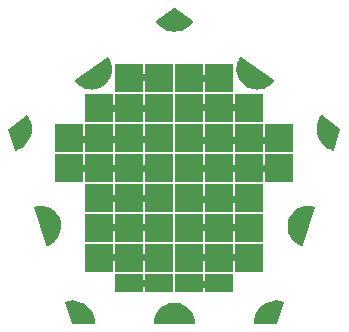
<source format=gbr>
G04 EAGLE Gerber RS-274X export*
G75*
%MOMM*%
%FSLAX34Y34*%
%LPD*%
%INBottom Copper*%
%IPPOS*%
%AMOC8*
5,1,8,0,0,1.08239X$1,22.5*%
G01*
%ADD10R,2.336800X2.336800*%
%ADD11R,2.336800X1.498600*%
%ADD12C,0.800000*%
%ADD13C,0.609600*%

G36*
X418224Y425214D02*
X418224Y425214D01*
X418257Y425222D01*
X418306Y425223D01*
X421059Y425776D01*
X421091Y425789D01*
X421138Y425799D01*
X423763Y426796D01*
X423792Y426815D01*
X423837Y426832D01*
X426262Y428248D01*
X426288Y428271D01*
X426329Y428295D01*
X428488Y430091D01*
X428510Y430119D01*
X428547Y430149D01*
X430380Y432276D01*
X430394Y432301D01*
X430415Y432322D01*
X430443Y432388D01*
X430477Y432449D01*
X430481Y432479D01*
X430492Y432505D01*
X430491Y432576D01*
X430499Y432647D01*
X430491Y432675D01*
X430491Y432704D01*
X430463Y432770D01*
X430442Y432838D01*
X430424Y432860D01*
X430412Y432887D01*
X430342Y432958D01*
X430336Y432966D01*
X430325Y432981D01*
X430322Y432983D01*
X430315Y432991D01*
X430305Y432996D01*
X430296Y433006D01*
X402796Y453006D01*
X402769Y453018D01*
X402747Y453037D01*
X402679Y453059D01*
X402615Y453088D01*
X402586Y453089D01*
X402558Y453098D01*
X402487Y453092D01*
X402416Y453094D01*
X402389Y453083D01*
X402360Y453081D01*
X402297Y453047D01*
X402231Y453021D01*
X402210Y453001D01*
X402184Y452987D01*
X402137Y452933D01*
X402130Y452928D01*
X402122Y452916D01*
X402119Y452912D01*
X402089Y452882D01*
X402084Y452872D01*
X402075Y452861D01*
X400617Y450462D01*
X400605Y450429D01*
X400580Y450388D01*
X399537Y447781D01*
X399535Y447771D01*
X399533Y447768D01*
X399528Y447742D01*
X399512Y447702D01*
X398912Y444959D01*
X398912Y444924D01*
X398901Y444877D01*
X398761Y442073D01*
X398766Y442039D01*
X398763Y441991D01*
X399086Y439201D01*
X399097Y439168D01*
X399102Y439120D01*
X399880Y436422D01*
X399894Y436396D01*
X399894Y436395D01*
X399895Y436394D01*
X399896Y436391D01*
X399909Y436345D01*
X401121Y433812D01*
X401141Y433784D01*
X401162Y433741D01*
X402774Y431441D01*
X402799Y431417D01*
X402826Y431378D01*
X404795Y429375D01*
X404823Y429355D01*
X404857Y429321D01*
X407128Y427669D01*
X407159Y427655D01*
X407198Y427627D01*
X409710Y426371D01*
X409744Y426362D01*
X409787Y426341D01*
X412471Y425516D01*
X412506Y425513D01*
X412552Y425498D01*
X415335Y425127D01*
X415369Y425129D01*
X415417Y425122D01*
X418224Y425214D01*
G37*
G36*
X277021Y425128D02*
X277021Y425128D01*
X277069Y425127D01*
X279853Y425498D01*
X279885Y425510D01*
X279933Y425516D01*
X282617Y426341D01*
X282648Y426357D01*
X282694Y426371D01*
X285206Y427627D01*
X285233Y427648D01*
X285276Y427669D01*
X287547Y429321D01*
X287570Y429347D01*
X287609Y429375D01*
X289578Y431378D01*
X289596Y431407D01*
X289630Y431441D01*
X291242Y433741D01*
X291256Y433772D01*
X291283Y433812D01*
X292495Y436345D01*
X292503Y436379D01*
X292524Y436422D01*
X293302Y439120D01*
X293304Y439155D01*
X293318Y439201D01*
X293641Y441991D01*
X293638Y442025D01*
X293643Y442073D01*
X293503Y444877D01*
X293494Y444911D01*
X293492Y444959D01*
X292892Y447702D01*
X292878Y447734D01*
X292867Y447781D01*
X291824Y450388D01*
X291805Y450417D01*
X291787Y450462D01*
X290329Y452861D01*
X290309Y452883D01*
X290296Y452909D01*
X290256Y452943D01*
X290250Y452951D01*
X290240Y452957D01*
X290194Y453007D01*
X290167Y453019D01*
X290145Y453038D01*
X290077Y453060D01*
X290012Y453089D01*
X289983Y453090D01*
X289955Y453098D01*
X289885Y453092D01*
X289814Y453093D01*
X289786Y453083D01*
X289757Y453080D01*
X289679Y453041D01*
X289678Y453041D01*
X289678Y453040D01*
X289668Y453036D01*
X289629Y453020D01*
X289621Y453012D01*
X289608Y453006D01*
X262108Y433006D01*
X262089Y432984D01*
X262064Y432969D01*
X262056Y432958D01*
X262054Y432956D01*
X262022Y432912D01*
X261974Y432859D01*
X261964Y432832D01*
X261947Y432808D01*
X261931Y432739D01*
X261908Y432672D01*
X261909Y432643D01*
X261903Y432614D01*
X261915Y432544D01*
X261920Y432473D01*
X261933Y432447D01*
X261938Y432418D01*
X261989Y432333D01*
X262008Y432295D01*
X262017Y432288D01*
X262024Y432276D01*
X263857Y430149D01*
X263885Y430128D01*
X263916Y430091D01*
X266075Y428295D01*
X266105Y428279D01*
X266142Y428248D01*
X268567Y426832D01*
X268600Y426821D01*
X268641Y426796D01*
X271266Y425799D01*
X271300Y425793D01*
X271345Y425776D01*
X274098Y425223D01*
X274133Y425224D01*
X274180Y425214D01*
X276987Y425122D01*
X277021Y425128D01*
G37*
G36*
X363231Y226509D02*
X363231Y226509D01*
X363260Y226506D01*
X363327Y226528D01*
X363397Y226542D01*
X363421Y226559D01*
X363449Y226568D01*
X363502Y226615D01*
X363561Y226655D01*
X363577Y226679D01*
X363599Y226699D01*
X363630Y226763D01*
X363668Y226822D01*
X363673Y226851D01*
X363685Y226877D01*
X363694Y226977D01*
X363701Y227019D01*
X363698Y227029D01*
X363700Y227043D01*
X363468Y229841D01*
X363458Y229875D01*
X363454Y229923D01*
X362765Y232644D01*
X362750Y232676D01*
X362738Y232722D01*
X361610Y235294D01*
X361590Y235322D01*
X361571Y235366D01*
X360035Y237717D01*
X360011Y237741D01*
X359985Y237782D01*
X358083Y239847D01*
X358055Y239868D01*
X358022Y239903D01*
X355807Y241628D01*
X355776Y241643D01*
X355738Y241673D01*
X353268Y243009D01*
X353235Y243019D01*
X353193Y243042D01*
X350553Y243949D01*
X350537Y243954D01*
X350503Y243959D01*
X350457Y243974D01*
X347688Y244436D01*
X347653Y244435D01*
X347606Y244443D01*
X344798Y244443D01*
X344764Y244436D01*
X344716Y244436D01*
X341947Y243974D01*
X341914Y243962D01*
X341867Y243954D01*
X339211Y243042D01*
X339181Y243025D01*
X339136Y243009D01*
X336666Y241673D01*
X336640Y241651D01*
X336597Y241628D01*
X334382Y239903D01*
X334359Y239877D01*
X334321Y239847D01*
X332419Y237782D01*
X332401Y237752D01*
X332369Y237717D01*
X330833Y235366D01*
X330820Y235334D01*
X330794Y235294D01*
X329666Y232722D01*
X329659Y232689D01*
X329656Y232682D01*
X329650Y232673D01*
X329649Y232667D01*
X329639Y232644D01*
X328950Y229923D01*
X328948Y229888D01*
X328936Y229841D01*
X328704Y227043D01*
X328708Y227014D01*
X328703Y226985D01*
X328720Y226916D01*
X328728Y226846D01*
X328742Y226820D01*
X328749Y226792D01*
X328791Y226735D01*
X328826Y226673D01*
X328850Y226655D01*
X328867Y226632D01*
X328928Y226596D01*
X328985Y226553D01*
X329013Y226545D01*
X329038Y226530D01*
X329136Y226514D01*
X329177Y226503D01*
X329188Y226505D01*
X329202Y226503D01*
X363202Y226503D01*
X363231Y226509D01*
G37*
G36*
X454333Y292709D02*
X454333Y292709D01*
X454362Y292706D01*
X454429Y292729D01*
X454499Y292743D01*
X454523Y292760D01*
X454550Y292769D01*
X454604Y292816D01*
X454662Y292856D01*
X454678Y292881D01*
X454700Y292900D01*
X454746Y292988D01*
X454769Y293024D01*
X454770Y293035D01*
X454777Y293048D01*
X465277Y325348D01*
X465280Y325377D01*
X465291Y325404D01*
X465291Y325475D01*
X465299Y325545D01*
X465291Y325573D01*
X465291Y325602D01*
X465263Y325668D01*
X465243Y325736D01*
X465225Y325758D01*
X465213Y325785D01*
X465162Y325835D01*
X465117Y325890D01*
X465091Y325903D01*
X465070Y325923D01*
X464978Y325962D01*
X464941Y325982D01*
X464929Y325983D01*
X464917Y325988D01*
X462187Y326632D01*
X462152Y326633D01*
X462105Y326644D01*
X459307Y326830D01*
X459272Y326825D01*
X459224Y326828D01*
X456433Y326551D01*
X456400Y326541D01*
X456352Y326536D01*
X453645Y325803D01*
X453614Y325788D01*
X453567Y325775D01*
X451018Y324607D01*
X450990Y324586D01*
X450946Y324566D01*
X448623Y322994D01*
X448599Y322969D01*
X448559Y322942D01*
X446527Y321009D01*
X446507Y320981D01*
X446472Y320947D01*
X444786Y318706D01*
X444771Y318675D01*
X444742Y318636D01*
X443448Y316148D01*
X443438Y316115D01*
X443416Y316072D01*
X442549Y313405D01*
X442545Y313370D01*
X442530Y313325D01*
X442114Y310551D01*
X442115Y310516D01*
X442108Y310469D01*
X442154Y307664D01*
X442155Y307662D01*
X442162Y307630D01*
X442162Y307582D01*
X442669Y304824D01*
X442682Y304791D01*
X442691Y304744D01*
X443645Y302107D01*
X443663Y302077D01*
X443679Y302032D01*
X445054Y299587D01*
X445077Y299561D01*
X445101Y299519D01*
X446859Y297334D01*
X446886Y297312D01*
X446916Y297274D01*
X449011Y295409D01*
X449040Y295391D01*
X449076Y295359D01*
X451449Y293864D01*
X451482Y293852D01*
X451522Y293826D01*
X454109Y292742D01*
X454138Y292736D01*
X454163Y292722D01*
X454234Y292717D01*
X454304Y292703D01*
X454333Y292709D01*
G37*
G36*
X238104Y292708D02*
X238104Y292708D01*
X238133Y292704D01*
X238230Y292726D01*
X238272Y292733D01*
X238282Y292738D01*
X238295Y292742D01*
X240882Y293826D01*
X240910Y293845D01*
X240955Y293864D01*
X243328Y295359D01*
X243353Y295383D01*
X243394Y295409D01*
X245488Y297274D01*
X245509Y297302D01*
X245545Y297334D01*
X247303Y299519D01*
X247319Y299550D01*
X247350Y299587D01*
X248725Y302032D01*
X248735Y302065D01*
X248759Y302107D01*
X249713Y304744D01*
X249718Y304778D01*
X249735Y304824D01*
X250242Y307582D01*
X250241Y307617D01*
X250250Y307664D01*
X250296Y310469D01*
X250289Y310503D01*
X250290Y310551D01*
X249874Y313325D01*
X249862Y313357D01*
X249855Y313405D01*
X248988Y316072D01*
X248971Y316102D01*
X248956Y316148D01*
X247662Y318636D01*
X247640Y318663D01*
X247618Y318706D01*
X245932Y320947D01*
X245906Y320970D01*
X245877Y321009D01*
X243845Y322942D01*
X243816Y322960D01*
X243781Y322994D01*
X241458Y324566D01*
X241426Y324579D01*
X241386Y324607D01*
X238837Y325775D01*
X238803Y325783D01*
X238759Y325803D01*
X236052Y326536D01*
X236017Y326538D01*
X235971Y326551D01*
X233180Y326828D01*
X233145Y326825D01*
X233097Y326830D01*
X230299Y326644D01*
X230265Y326635D01*
X230217Y326632D01*
X227487Y325988D01*
X227461Y325976D01*
X227432Y325971D01*
X227371Y325934D01*
X227307Y325905D01*
X227287Y325883D01*
X227262Y325868D01*
X227221Y325810D01*
X227173Y325758D01*
X227163Y325730D01*
X227146Y325706D01*
X227131Y325637D01*
X227107Y325570D01*
X227109Y325541D01*
X227103Y325512D01*
X227117Y325414D01*
X227120Y325371D01*
X227125Y325361D01*
X227127Y325348D01*
X237627Y293048D01*
X237642Y293022D01*
X237648Y292994D01*
X237690Y292936D01*
X237725Y292875D01*
X237748Y292857D01*
X237765Y292833D01*
X237826Y292797D01*
X237883Y292753D01*
X237911Y292746D01*
X237936Y292731D01*
X238006Y292721D01*
X238075Y292703D01*
X238104Y292708D01*
G37*
G36*
X278630Y226508D02*
X278630Y226508D01*
X278658Y226506D01*
X278726Y226528D01*
X278797Y226542D01*
X278820Y226558D01*
X278847Y226567D01*
X278901Y226614D01*
X278961Y226655D01*
X278976Y226679D01*
X278997Y226697D01*
X279029Y226762D01*
X279068Y226822D01*
X279073Y226850D01*
X279085Y226875D01*
X279094Y226978D01*
X279101Y227019D01*
X279099Y227029D01*
X279100Y227041D01*
X278866Y230017D01*
X278857Y230049D01*
X278854Y230095D01*
X278158Y232998D01*
X278144Y233028D01*
X278134Y233072D01*
X276992Y235831D01*
X276973Y235858D01*
X276956Y235901D01*
X275397Y238446D01*
X275374Y238471D01*
X275351Y238510D01*
X273413Y240780D01*
X273386Y240801D01*
X273357Y240836D01*
X271088Y242775D01*
X271059Y242791D01*
X271024Y242821D01*
X268479Y244382D01*
X268448Y244393D01*
X268409Y244417D01*
X265651Y245560D01*
X265619Y245567D01*
X265577Y245585D01*
X262674Y246282D01*
X262641Y246283D01*
X262597Y246295D01*
X259621Y246529D01*
X259588Y246525D01*
X259542Y246529D01*
X256566Y246296D01*
X256534Y246287D01*
X256489Y246284D01*
X253586Y245587D01*
X253560Y245575D01*
X253532Y245571D01*
X253470Y245534D01*
X253405Y245504D01*
X253386Y245482D01*
X253362Y245468D01*
X253320Y245409D01*
X253272Y245356D01*
X253263Y245329D01*
X253246Y245306D01*
X253231Y245236D01*
X253207Y245168D01*
X253209Y245140D01*
X253203Y245112D01*
X253218Y245012D01*
X253221Y244970D01*
X253225Y244960D01*
X253227Y244947D01*
X259127Y226847D01*
X259142Y226821D01*
X259149Y226792D01*
X259191Y226735D01*
X259225Y226674D01*
X259249Y226656D01*
X259267Y226632D01*
X259327Y226596D01*
X259383Y226553D01*
X259412Y226546D01*
X259438Y226530D01*
X259534Y226514D01*
X259576Y226503D01*
X259588Y226505D01*
X259602Y226503D01*
X278602Y226503D01*
X278630Y226508D01*
G37*
G36*
X432831Y226509D02*
X432831Y226509D01*
X432861Y226506D01*
X432928Y226528D01*
X432997Y226542D01*
X433022Y226559D01*
X433050Y226569D01*
X433103Y226615D01*
X433161Y226655D01*
X433177Y226680D01*
X433199Y226700D01*
X433245Y226786D01*
X433268Y226822D01*
X433270Y226834D01*
X433277Y226847D01*
X439177Y244947D01*
X439180Y244976D01*
X439191Y245002D01*
X439191Y245074D01*
X439199Y245145D01*
X439191Y245172D01*
X439191Y245201D01*
X439164Y245267D01*
X439143Y245336D01*
X439125Y245358D01*
X439114Y245384D01*
X439063Y245434D01*
X439017Y245489D01*
X438992Y245502D01*
X438972Y245522D01*
X438878Y245562D01*
X438841Y245582D01*
X438830Y245582D01*
X438818Y245587D01*
X435915Y246284D01*
X435882Y246285D01*
X435838Y246296D01*
X432862Y246529D01*
X432829Y246525D01*
X432783Y246529D01*
X429807Y246295D01*
X429775Y246285D01*
X429730Y246282D01*
X426827Y245585D01*
X426797Y245571D01*
X426753Y245560D01*
X424040Y244436D01*
X423995Y244417D01*
X423967Y244399D01*
X423925Y244382D01*
X421380Y242821D01*
X421356Y242799D01*
X421316Y242775D01*
X419047Y240836D01*
X419026Y240810D01*
X418991Y240780D01*
X417053Y238510D01*
X417037Y238481D01*
X417007Y238446D01*
X415448Y235901D01*
X415436Y235869D01*
X415412Y235831D01*
X414270Y233072D01*
X414264Y233040D01*
X414246Y232998D01*
X413550Y230095D01*
X413549Y230062D01*
X413538Y230017D01*
X413304Y227041D01*
X413308Y227013D01*
X413303Y226985D01*
X413320Y226915D01*
X413329Y226844D01*
X413343Y226819D01*
X413349Y226792D01*
X413392Y226734D01*
X413428Y226671D01*
X413450Y226655D01*
X413467Y226632D01*
X413529Y226595D01*
X413587Y226552D01*
X413614Y226545D01*
X413638Y226530D01*
X413739Y226513D01*
X413779Y226503D01*
X413790Y226505D01*
X413802Y226503D01*
X432802Y226503D01*
X432831Y226509D01*
G37*
G36*
X349219Y474292D02*
X349219Y474292D01*
X349251Y474301D01*
X349296Y474304D01*
X352201Y475002D01*
X352231Y475016D01*
X352275Y475026D01*
X355035Y476169D01*
X355063Y476187D01*
X355105Y476204D01*
X357652Y477765D01*
X357676Y477788D01*
X357715Y477811D01*
X359986Y479751D01*
X360007Y479777D01*
X360042Y479806D01*
X361982Y482078D01*
X361996Y482103D01*
X362016Y482124D01*
X362044Y482189D01*
X362078Y482252D01*
X362081Y482281D01*
X362092Y482307D01*
X362092Y482379D01*
X362099Y482449D01*
X362091Y482477D01*
X362090Y482506D01*
X362062Y482572D01*
X362041Y482640D01*
X362022Y482662D01*
X362011Y482689D01*
X361941Y482760D01*
X361914Y482792D01*
X361904Y482797D01*
X361894Y482807D01*
X346494Y493907D01*
X346468Y493919D01*
X346447Y493937D01*
X346378Y493959D01*
X346313Y493989D01*
X346284Y493989D01*
X346257Y493998D01*
X346186Y493992D01*
X346114Y493993D01*
X346088Y493983D01*
X346059Y493980D01*
X345968Y493936D01*
X345929Y493920D01*
X345922Y493913D01*
X345910Y493907D01*
X330510Y482807D01*
X330490Y482786D01*
X330465Y482771D01*
X330423Y482713D01*
X330375Y482661D01*
X330365Y482634D01*
X330348Y482610D01*
X330332Y482541D01*
X330308Y482474D01*
X330310Y482445D01*
X330303Y482416D01*
X330315Y482346D01*
X330319Y482275D01*
X330332Y482249D01*
X330337Y482221D01*
X330388Y482135D01*
X330407Y482097D01*
X330415Y482090D01*
X330422Y482078D01*
X332362Y479806D01*
X332388Y479786D01*
X332418Y479751D01*
X334689Y477811D01*
X334718Y477795D01*
X334752Y477765D01*
X337299Y476204D01*
X337330Y476193D01*
X337369Y476169D01*
X340129Y475026D01*
X340161Y475019D01*
X340203Y475002D01*
X343108Y474304D01*
X343141Y474303D01*
X343185Y474292D01*
X346163Y474058D01*
X346196Y474062D01*
X346241Y474058D01*
X349219Y474292D01*
G37*
G36*
X480534Y373209D02*
X480534Y373209D01*
X480563Y373206D01*
X480631Y373229D01*
X480701Y373244D01*
X480724Y373260D01*
X480752Y373270D01*
X480805Y373317D01*
X480864Y373358D01*
X480879Y373382D01*
X480901Y373401D01*
X480947Y373491D01*
X480969Y373527D01*
X480971Y373537D01*
X480977Y373549D01*
X486777Y391549D01*
X486780Y391577D01*
X486792Y391604D01*
X486791Y391675D01*
X486799Y391747D01*
X486791Y391774D01*
X486791Y391803D01*
X486763Y391869D01*
X486742Y391937D01*
X486724Y391959D01*
X486713Y391986D01*
X486643Y392058D01*
X486616Y392090D01*
X486606Y392095D01*
X486597Y392105D01*
X471297Y403305D01*
X471270Y403317D01*
X471248Y403336D01*
X471181Y403358D01*
X471116Y403388D01*
X471087Y403389D01*
X471059Y403398D01*
X470989Y403392D01*
X470918Y403394D01*
X470890Y403384D01*
X470861Y403381D01*
X470798Y403348D01*
X470732Y403322D01*
X470711Y403302D01*
X470686Y403288D01*
X470620Y403213D01*
X470590Y403183D01*
X470585Y403173D01*
X470576Y403163D01*
X469021Y400623D01*
X469010Y400592D01*
X468986Y400553D01*
X467847Y397801D01*
X467841Y397769D01*
X467823Y397727D01*
X467129Y394831D01*
X467128Y394798D01*
X467117Y394754D01*
X466884Y391785D01*
X466888Y391752D01*
X466884Y391706D01*
X467119Y388738D01*
X467128Y388706D01*
X467131Y388660D01*
X467828Y385765D01*
X467842Y385735D01*
X467852Y385691D01*
X468992Y382940D01*
X469011Y382912D01*
X469028Y382870D01*
X470585Y380331D01*
X470608Y380307D01*
X470631Y380268D01*
X472566Y378004D01*
X472592Y377984D01*
X472621Y377949D01*
X474887Y376016D01*
X474916Y376000D01*
X474950Y375970D01*
X477490Y374415D01*
X477521Y374403D01*
X477559Y374379D01*
X480311Y373241D01*
X480339Y373235D01*
X480365Y373222D01*
X480436Y373216D01*
X480506Y373203D01*
X480534Y373209D01*
G37*
G36*
X211902Y373208D02*
X211902Y373208D01*
X211931Y373204D01*
X212029Y373226D01*
X212071Y373232D01*
X212080Y373238D01*
X212093Y373241D01*
X214845Y374379D01*
X214872Y374398D01*
X214914Y374415D01*
X217454Y375970D01*
X217478Y375992D01*
X217518Y376016D01*
X219783Y377949D01*
X219803Y377975D01*
X219838Y378004D01*
X221773Y380268D01*
X221789Y380297D01*
X221819Y380331D01*
X223376Y382870D01*
X223387Y382901D01*
X223412Y382940D01*
X224552Y385691D01*
X224559Y385723D01*
X224576Y385765D01*
X225273Y388660D01*
X225274Y388694D01*
X225285Y388738D01*
X225520Y391706D01*
X225516Y391739D01*
X225520Y391785D01*
X225287Y394754D01*
X225278Y394786D01*
X225275Y394831D01*
X224581Y397727D01*
X224567Y397757D01*
X224557Y397801D01*
X223418Y400553D01*
X223400Y400581D01*
X223383Y400623D01*
X221828Y403163D01*
X221808Y403184D01*
X221795Y403210D01*
X221741Y403256D01*
X221692Y403308D01*
X221666Y403320D01*
X221643Y403339D01*
X221576Y403360D01*
X221511Y403389D01*
X221482Y403390D01*
X221454Y403399D01*
X221383Y403392D01*
X221312Y403393D01*
X221285Y403382D01*
X221256Y403379D01*
X221167Y403335D01*
X221127Y403319D01*
X221119Y403311D01*
X221107Y403305D01*
X205807Y392105D01*
X205788Y392084D01*
X205763Y392069D01*
X205722Y392011D01*
X205673Y391958D01*
X205664Y391931D01*
X205647Y391907D01*
X205631Y391838D01*
X205607Y391770D01*
X205609Y391742D01*
X205603Y391714D01*
X205617Y391614D01*
X205620Y391572D01*
X205625Y391562D01*
X205627Y391549D01*
X211427Y373549D01*
X211441Y373524D01*
X211447Y373496D01*
X211489Y373438D01*
X211524Y373376D01*
X211547Y373358D01*
X211564Y373335D01*
X211625Y373298D01*
X211682Y373254D01*
X211709Y373247D01*
X211734Y373232D01*
X211805Y373222D01*
X211874Y373204D01*
X211902Y373208D01*
G37*
D10*
X333502Y333502D03*
X358902Y358902D03*
X358902Y333502D03*
X333502Y358902D03*
X308102Y358902D03*
X282702Y358902D03*
X257302Y358902D03*
X384302Y358902D03*
X409702Y358902D03*
X435102Y358902D03*
X409702Y333502D03*
X384302Y333502D03*
X282702Y333502D03*
X308102Y333502D03*
X257302Y384302D03*
X282702Y384302D03*
X308102Y384302D03*
X333502Y384302D03*
X358902Y384302D03*
X384302Y384302D03*
X409702Y384302D03*
X435102Y384302D03*
X282702Y308102D03*
X308102Y308102D03*
X333502Y308102D03*
X358902Y308102D03*
X384302Y308102D03*
X409702Y308102D03*
X282702Y282702D03*
X308102Y282702D03*
X333502Y282702D03*
X358902Y282702D03*
X384302Y282702D03*
X409702Y282702D03*
D11*
X308102Y261493D03*
X333502Y261493D03*
X358902Y261493D03*
X384302Y261493D03*
D10*
X308102Y435102D03*
X333502Y435102D03*
X358902Y435102D03*
X384302Y435102D03*
X282702Y409702D03*
X308102Y409702D03*
X333502Y409702D03*
X358902Y409702D03*
X384302Y409702D03*
X409702Y409702D03*
D12*
X346202Y486702D03*
X479802Y389602D03*
X428802Y232502D03*
X263602Y232502D03*
X212602Y389602D03*
X413002Y438202D03*
X454302Y311102D03*
X346202Y232502D03*
X238102Y311102D03*
X279402Y438202D03*
D13*
X307848Y435610D02*
X331470Y435610D01*
X333756Y433324D01*
X358140Y434594D02*
X384048Y434594D01*
X384556Y434086D01*
X409448Y409956D02*
X357124Y409956D01*
X409448Y409956D02*
X409956Y409448D01*
X435102Y382270D02*
X357378Y382270D01*
X356616Y383032D01*
X359156Y358902D02*
X358648Y358394D01*
X359156Y358902D02*
X435102Y358902D01*
X411480Y332486D02*
X358140Y332486D01*
X334264Y409702D02*
X281432Y409702D01*
X280670Y408940D01*
X257302Y383286D02*
X335280Y383286D01*
X257302Y383286D02*
X257048Y383540D01*
X255524Y358648D02*
X333756Y358648D01*
X335026Y357378D01*
X331724Y332994D02*
X282702Y332994D01*
X282194Y308356D02*
X332740Y308356D01*
X332994Y308102D01*
X358394Y308356D02*
X408432Y308356D01*
X409194Y282956D02*
X358648Y282956D01*
X409194Y282956D02*
X409448Y283210D01*
X382016Y260350D02*
X357886Y260350D01*
X357632Y260604D01*
X334518Y261112D02*
X307594Y261112D01*
X307086Y261620D01*
X280670Y283210D02*
X333502Y283210D01*
X333756Y283464D01*
M02*

</source>
